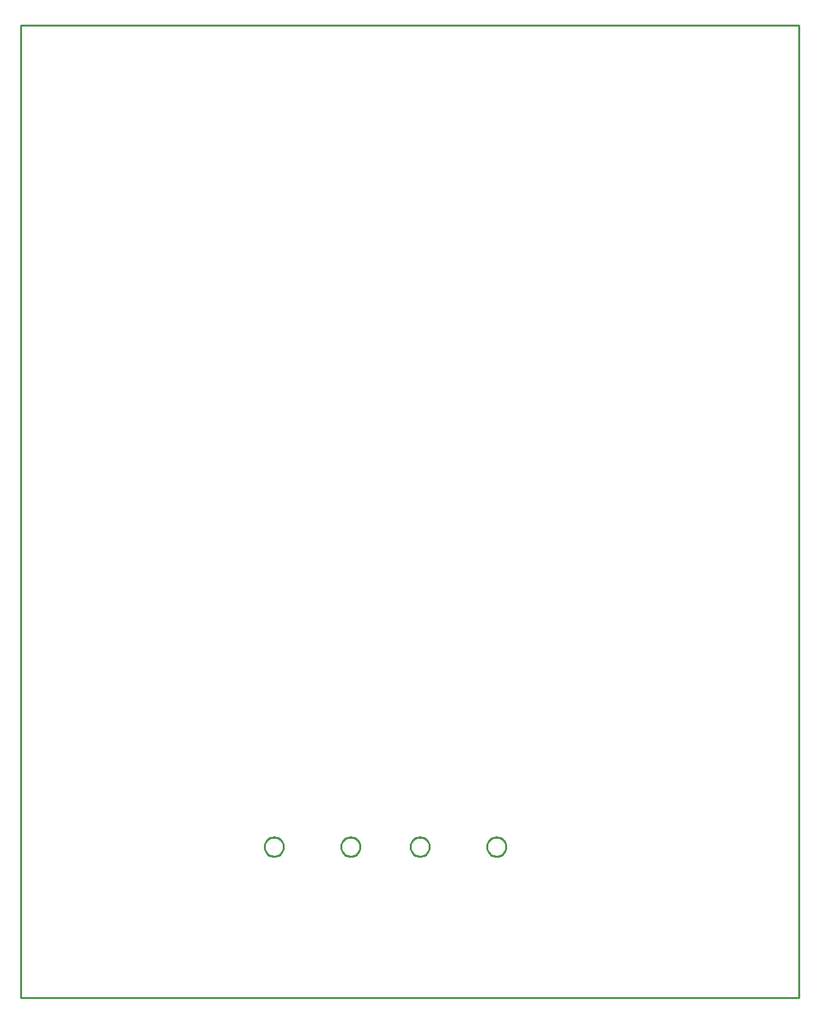
<source format=gbr>
G04 EAGLE Gerber RS-274X export*
G75*
%MOMM*%
%FSLAX34Y34*%
%LPD*%
%IN*%
%IPPOS*%
%AMOC8*
5,1,8,0,0,1.08239X$1,22.5*%
G01*
%ADD10C,0.254000*%


D10*
X0Y0D02*
X1016000Y0D01*
X1016000Y1270000D01*
X0Y1270000D01*
X0Y0D01*
X534000Y196509D02*
X533923Y195530D01*
X533769Y194560D01*
X533540Y193604D01*
X533236Y192670D01*
X532861Y191763D01*
X532415Y190888D01*
X531901Y190050D01*
X531324Y189255D01*
X530686Y188508D01*
X529992Y187814D01*
X529245Y187176D01*
X528450Y186599D01*
X527612Y186085D01*
X526737Y185639D01*
X525830Y185264D01*
X524896Y184960D01*
X523941Y184731D01*
X522970Y184577D01*
X521991Y184500D01*
X521009Y184500D01*
X520030Y184577D01*
X519060Y184731D01*
X518104Y184960D01*
X517170Y185264D01*
X516263Y185639D01*
X515388Y186085D01*
X514550Y186599D01*
X513755Y187176D01*
X513008Y187814D01*
X512314Y188508D01*
X511676Y189255D01*
X511099Y190050D01*
X510585Y190888D01*
X510139Y191763D01*
X509764Y192670D01*
X509460Y193604D01*
X509231Y194560D01*
X509077Y195530D01*
X509000Y196509D01*
X509000Y197491D01*
X509077Y198470D01*
X509231Y199441D01*
X509460Y200396D01*
X509764Y201330D01*
X510139Y202237D01*
X510585Y203112D01*
X511099Y203950D01*
X511676Y204745D01*
X512314Y205492D01*
X513008Y206186D01*
X513755Y206824D01*
X514550Y207401D01*
X515388Y207915D01*
X516263Y208361D01*
X517170Y208736D01*
X518104Y209040D01*
X519060Y209269D01*
X520030Y209423D01*
X521009Y209500D01*
X521991Y209500D01*
X522970Y209423D01*
X523941Y209269D01*
X524896Y209040D01*
X525830Y208736D01*
X526737Y208361D01*
X527612Y207915D01*
X528450Y207401D01*
X529245Y206824D01*
X529992Y206186D01*
X530686Y205492D01*
X531324Y204745D01*
X531901Y203950D01*
X532415Y203112D01*
X532861Y202237D01*
X533236Y201330D01*
X533540Y200396D01*
X533769Y199441D01*
X533923Y198470D01*
X534000Y197491D01*
X534000Y196509D01*
X634000Y196509D02*
X633923Y195530D01*
X633769Y194560D01*
X633540Y193604D01*
X633236Y192670D01*
X632861Y191763D01*
X632415Y190888D01*
X631901Y190050D01*
X631324Y189255D01*
X630686Y188508D01*
X629992Y187814D01*
X629245Y187176D01*
X628450Y186599D01*
X627612Y186085D01*
X626737Y185639D01*
X625830Y185264D01*
X624896Y184960D01*
X623941Y184731D01*
X622970Y184577D01*
X621991Y184500D01*
X621009Y184500D01*
X620030Y184577D01*
X619060Y184731D01*
X618104Y184960D01*
X617170Y185264D01*
X616263Y185639D01*
X615388Y186085D01*
X614550Y186599D01*
X613755Y187176D01*
X613008Y187814D01*
X612314Y188508D01*
X611676Y189255D01*
X611099Y190050D01*
X610585Y190888D01*
X610139Y191763D01*
X609764Y192670D01*
X609460Y193604D01*
X609231Y194560D01*
X609077Y195530D01*
X609000Y196509D01*
X609000Y197491D01*
X609077Y198470D01*
X609231Y199441D01*
X609460Y200396D01*
X609764Y201330D01*
X610139Y202237D01*
X610585Y203112D01*
X611099Y203950D01*
X611676Y204745D01*
X612314Y205492D01*
X613008Y206186D01*
X613755Y206824D01*
X614550Y207401D01*
X615388Y207915D01*
X616263Y208361D01*
X617170Y208736D01*
X618104Y209040D01*
X619060Y209269D01*
X620030Y209423D01*
X621009Y209500D01*
X621991Y209500D01*
X622970Y209423D01*
X623941Y209269D01*
X624896Y209040D01*
X625830Y208736D01*
X626737Y208361D01*
X627612Y207915D01*
X628450Y207401D01*
X629245Y206824D01*
X629992Y206186D01*
X630686Y205492D01*
X631324Y204745D01*
X631901Y203950D01*
X632415Y203112D01*
X632861Y202237D01*
X633236Y201330D01*
X633540Y200396D01*
X633769Y199441D01*
X633923Y198470D01*
X634000Y197491D01*
X634000Y196509D01*
X343500Y196509D02*
X343423Y195530D01*
X343269Y194560D01*
X343040Y193604D01*
X342736Y192670D01*
X342361Y191763D01*
X341915Y190888D01*
X341401Y190050D01*
X340824Y189255D01*
X340186Y188508D01*
X339492Y187814D01*
X338745Y187176D01*
X337950Y186599D01*
X337112Y186085D01*
X336237Y185639D01*
X335330Y185264D01*
X334396Y184960D01*
X333441Y184731D01*
X332470Y184577D01*
X331491Y184500D01*
X330509Y184500D01*
X329530Y184577D01*
X328560Y184731D01*
X327604Y184960D01*
X326670Y185264D01*
X325763Y185639D01*
X324888Y186085D01*
X324050Y186599D01*
X323255Y187176D01*
X322508Y187814D01*
X321814Y188508D01*
X321176Y189255D01*
X320599Y190050D01*
X320085Y190888D01*
X319639Y191763D01*
X319264Y192670D01*
X318960Y193604D01*
X318731Y194560D01*
X318577Y195530D01*
X318500Y196509D01*
X318500Y197491D01*
X318577Y198470D01*
X318731Y199441D01*
X318960Y200396D01*
X319264Y201330D01*
X319639Y202237D01*
X320085Y203112D01*
X320599Y203950D01*
X321176Y204745D01*
X321814Y205492D01*
X322508Y206186D01*
X323255Y206824D01*
X324050Y207401D01*
X324888Y207915D01*
X325763Y208361D01*
X326670Y208736D01*
X327604Y209040D01*
X328560Y209269D01*
X329530Y209423D01*
X330509Y209500D01*
X331491Y209500D01*
X332470Y209423D01*
X333441Y209269D01*
X334396Y209040D01*
X335330Y208736D01*
X336237Y208361D01*
X337112Y207915D01*
X337950Y207401D01*
X338745Y206824D01*
X339492Y206186D01*
X340186Y205492D01*
X340824Y204745D01*
X341401Y203950D01*
X341915Y203112D01*
X342361Y202237D01*
X342736Y201330D01*
X343040Y200396D01*
X343269Y199441D01*
X343423Y198470D01*
X343500Y197491D01*
X343500Y196509D01*
X443500Y196509D02*
X443423Y195530D01*
X443269Y194560D01*
X443040Y193604D01*
X442736Y192670D01*
X442361Y191763D01*
X441915Y190888D01*
X441401Y190050D01*
X440824Y189255D01*
X440186Y188508D01*
X439492Y187814D01*
X438745Y187176D01*
X437950Y186599D01*
X437112Y186085D01*
X436237Y185639D01*
X435330Y185264D01*
X434396Y184960D01*
X433441Y184731D01*
X432470Y184577D01*
X431491Y184500D01*
X430509Y184500D01*
X429530Y184577D01*
X428560Y184731D01*
X427604Y184960D01*
X426670Y185264D01*
X425763Y185639D01*
X424888Y186085D01*
X424050Y186599D01*
X423255Y187176D01*
X422508Y187814D01*
X421814Y188508D01*
X421176Y189255D01*
X420599Y190050D01*
X420085Y190888D01*
X419639Y191763D01*
X419264Y192670D01*
X418960Y193604D01*
X418731Y194560D01*
X418577Y195530D01*
X418500Y196509D01*
X418500Y197491D01*
X418577Y198470D01*
X418731Y199441D01*
X418960Y200396D01*
X419264Y201330D01*
X419639Y202237D01*
X420085Y203112D01*
X420599Y203950D01*
X421176Y204745D01*
X421814Y205492D01*
X422508Y206186D01*
X423255Y206824D01*
X424050Y207401D01*
X424888Y207915D01*
X425763Y208361D01*
X426670Y208736D01*
X427604Y209040D01*
X428560Y209269D01*
X429530Y209423D01*
X430509Y209500D01*
X431491Y209500D01*
X432470Y209423D01*
X433441Y209269D01*
X434396Y209040D01*
X435330Y208736D01*
X436237Y208361D01*
X437112Y207915D01*
X437950Y207401D01*
X438745Y206824D01*
X439492Y206186D01*
X440186Y205492D01*
X440824Y204745D01*
X441401Y203950D01*
X441915Y203112D01*
X442361Y202237D01*
X442736Y201330D01*
X443040Y200396D01*
X443269Y199441D01*
X443423Y198470D01*
X443500Y197491D01*
X443500Y196509D01*
M02*

</source>
